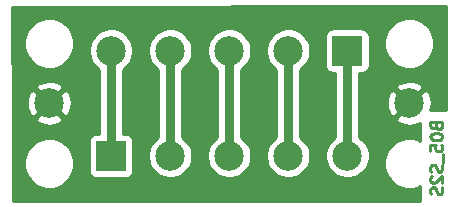
<source format=gbr>
G04 #@! TF.GenerationSoftware,KiCad,Pcbnew,5.1.5-52549c5~86~ubuntu18.04.1*
G04 #@! TF.CreationDate,2020-10-04T23:59:35-05:00*
G04 #@! TF.ProjectId,B05,4230352e-6b69-4636-9164-5f7063625858,rev?*
G04 #@! TF.SameCoordinates,Original*
G04 #@! TF.FileFunction,Copper,L2,Bot*
G04 #@! TF.FilePolarity,Positive*
%FSLAX46Y46*%
G04 Gerber Fmt 4.6, Leading zero omitted, Abs format (unit mm)*
G04 Created by KiCad (PCBNEW 5.1.5-52549c5~86~ubuntu18.04.1) date 2020-10-04 23:59:35*
%MOMM*%
%LPD*%
G04 APERTURE LIST*
%ADD10C,0.250000*%
%ADD11C,2.500000*%
%ADD12R,2.500000X2.500000*%
%ADD13C,2.499360*%
%ADD14C,0.750000*%
%ADD15C,0.254000*%
G04 APERTURE END LIST*
D10*
X56570571Y-30812123D02*
X56618190Y-30954980D01*
X56665809Y-31002600D01*
X56761047Y-31050219D01*
X56903904Y-31050219D01*
X56999142Y-31002600D01*
X57046761Y-30954980D01*
X57094380Y-30859742D01*
X57094380Y-30478790D01*
X56094380Y-30478790D01*
X56094380Y-30812123D01*
X56142000Y-30907361D01*
X56189619Y-30954980D01*
X56284857Y-31002600D01*
X56380095Y-31002600D01*
X56475333Y-30954980D01*
X56522952Y-30907361D01*
X56570571Y-30812123D01*
X56570571Y-30478790D01*
X56094380Y-31669266D02*
X56094380Y-31764504D01*
X56142000Y-31859742D01*
X56189619Y-31907361D01*
X56284857Y-31954980D01*
X56475333Y-32002600D01*
X56713428Y-32002600D01*
X56903904Y-31954980D01*
X56999142Y-31907361D01*
X57046761Y-31859742D01*
X57094380Y-31764504D01*
X57094380Y-31669266D01*
X57046761Y-31574028D01*
X56999142Y-31526409D01*
X56903904Y-31478790D01*
X56713428Y-31431171D01*
X56475333Y-31431171D01*
X56284857Y-31478790D01*
X56189619Y-31526409D01*
X56142000Y-31574028D01*
X56094380Y-31669266D01*
X56094380Y-32907361D02*
X56094380Y-32431171D01*
X56570571Y-32383552D01*
X56522952Y-32431171D01*
X56475333Y-32526409D01*
X56475333Y-32764504D01*
X56522952Y-32859742D01*
X56570571Y-32907361D01*
X56665809Y-32954980D01*
X56903904Y-32954980D01*
X56999142Y-32907361D01*
X57046761Y-32859742D01*
X57094380Y-32764504D01*
X57094380Y-32526409D01*
X57046761Y-32431171D01*
X56999142Y-32383552D01*
X57189619Y-33145457D02*
X57189619Y-33907361D01*
X57046761Y-34097838D02*
X57094380Y-34240695D01*
X57094380Y-34478790D01*
X57046761Y-34574028D01*
X56999142Y-34621647D01*
X56903904Y-34669266D01*
X56808666Y-34669266D01*
X56713428Y-34621647D01*
X56665809Y-34574028D01*
X56618190Y-34478790D01*
X56570571Y-34288314D01*
X56522952Y-34193076D01*
X56475333Y-34145457D01*
X56380095Y-34097838D01*
X56284857Y-34097838D01*
X56189619Y-34145457D01*
X56142000Y-34193076D01*
X56094380Y-34288314D01*
X56094380Y-34526409D01*
X56142000Y-34669266D01*
X56189619Y-35050219D02*
X56142000Y-35097838D01*
X56094380Y-35193076D01*
X56094380Y-35431171D01*
X56142000Y-35526409D01*
X56189619Y-35574028D01*
X56284857Y-35621647D01*
X56380095Y-35621647D01*
X56522952Y-35574028D01*
X57094380Y-35002600D01*
X57094380Y-35621647D01*
X57046761Y-36002600D02*
X57094380Y-36145457D01*
X57094380Y-36383552D01*
X57046761Y-36478790D01*
X56999142Y-36526409D01*
X56903904Y-36574028D01*
X56808666Y-36574028D01*
X56713428Y-36526409D01*
X56665809Y-36478790D01*
X56618190Y-36383552D01*
X56570571Y-36193076D01*
X56522952Y-36097838D01*
X56475333Y-36050219D01*
X56380095Y-36002600D01*
X56284857Y-36002600D01*
X56189619Y-36050219D01*
X56142000Y-36097838D01*
X56094380Y-36193076D01*
X56094380Y-36431171D01*
X56142000Y-36574028D01*
D11*
X49050000Y-33345200D03*
X44050000Y-33345200D03*
X39050000Y-33345200D03*
X34050000Y-33345200D03*
D12*
X29050000Y-33345200D03*
D11*
X29050000Y-24434800D03*
X34050000Y-24434800D03*
X39050000Y-24434800D03*
X44050000Y-24434800D03*
D12*
X49050000Y-24434800D03*
D13*
X54290000Y-28890000D03*
X23810000Y-28890000D03*
D14*
X29050000Y-26202566D02*
X29050000Y-33345200D01*
X29050000Y-24434800D02*
X29050000Y-26202566D01*
X34050000Y-24434800D02*
X34050000Y-33345200D01*
X39050000Y-24434800D02*
X39050000Y-33345200D01*
X44050000Y-24434800D02*
X44050000Y-33345200D01*
X49050000Y-24434800D02*
X49050000Y-33345200D01*
D15*
G36*
X57440001Y-29480695D02*
G01*
X56082372Y-29480695D01*
X56156975Y-29207613D01*
X56183065Y-28837281D01*
X56136405Y-28468975D01*
X56018789Y-28116849D01*
X55893315Y-27882104D01*
X55603377Y-27756229D01*
X54469605Y-28890000D01*
X54483748Y-28904142D01*
X54304142Y-29083748D01*
X54290000Y-29069605D01*
X53156229Y-30203377D01*
X53282104Y-30493315D01*
X53614262Y-30659139D01*
X53972387Y-30756975D01*
X54342719Y-30783065D01*
X54711025Y-30736405D01*
X55063151Y-30618789D01*
X55224500Y-30532546D01*
X55224500Y-32046176D01*
X54912756Y-31917047D01*
X54500279Y-31835000D01*
X54079721Y-31835000D01*
X53667244Y-31917047D01*
X53278698Y-32077988D01*
X52929017Y-32311637D01*
X52631637Y-32609017D01*
X52397988Y-32958698D01*
X52237047Y-33347244D01*
X52155000Y-33759721D01*
X52155000Y-34180279D01*
X52237047Y-34592756D01*
X52397988Y-34981302D01*
X52631637Y-35330983D01*
X52929017Y-35628363D01*
X53278698Y-35862012D01*
X53667244Y-36022953D01*
X54079721Y-36105000D01*
X54500279Y-36105000D01*
X54912756Y-36022953D01*
X55224500Y-35893824D01*
X55224500Y-37120000D01*
X20726070Y-37120000D01*
X20720979Y-33759721D01*
X21675000Y-33759721D01*
X21675000Y-34180279D01*
X21757047Y-34592756D01*
X21917988Y-34981302D01*
X22151637Y-35330983D01*
X22449017Y-35628363D01*
X22798698Y-35862012D01*
X23187244Y-36022953D01*
X23599721Y-36105000D01*
X24020279Y-36105000D01*
X24432756Y-36022953D01*
X24821302Y-35862012D01*
X25170983Y-35628363D01*
X25468363Y-35330983D01*
X25702012Y-34981302D01*
X25862953Y-34592756D01*
X25945000Y-34180279D01*
X25945000Y-33759721D01*
X25862953Y-33347244D01*
X25702012Y-32958698D01*
X25468363Y-32609017D01*
X25170983Y-32311637D01*
X24847062Y-32095200D01*
X27161928Y-32095200D01*
X27161928Y-34595200D01*
X27174188Y-34719682D01*
X27210498Y-34839380D01*
X27269463Y-34949694D01*
X27348815Y-35046385D01*
X27445506Y-35125737D01*
X27555820Y-35184702D01*
X27675518Y-35221012D01*
X27800000Y-35233272D01*
X30300000Y-35233272D01*
X30424482Y-35221012D01*
X30544180Y-35184702D01*
X30654494Y-35125737D01*
X30751185Y-35046385D01*
X30830537Y-34949694D01*
X30889502Y-34839380D01*
X30925812Y-34719682D01*
X30938072Y-34595200D01*
X30938072Y-32095200D01*
X30925812Y-31970718D01*
X30889502Y-31851020D01*
X30830537Y-31740706D01*
X30751185Y-31644015D01*
X30654494Y-31564663D01*
X30544180Y-31505698D01*
X30424482Y-31469388D01*
X30300000Y-31457128D01*
X30060000Y-31457128D01*
X30060000Y-26027010D01*
X30251618Y-25898975D01*
X30514175Y-25636418D01*
X30720466Y-25327682D01*
X30862561Y-24984634D01*
X30935000Y-24620456D01*
X30935000Y-24249144D01*
X32165000Y-24249144D01*
X32165000Y-24620456D01*
X32237439Y-24984634D01*
X32379534Y-25327682D01*
X32585825Y-25636418D01*
X32848382Y-25898975D01*
X33040000Y-26027010D01*
X33040001Y-31752989D01*
X32848382Y-31881025D01*
X32585825Y-32143582D01*
X32379534Y-32452318D01*
X32237439Y-32795366D01*
X32165000Y-33159544D01*
X32165000Y-33530856D01*
X32237439Y-33895034D01*
X32379534Y-34238082D01*
X32585825Y-34546818D01*
X32848382Y-34809375D01*
X33157118Y-35015666D01*
X33500166Y-35157761D01*
X33864344Y-35230200D01*
X34235656Y-35230200D01*
X34599834Y-35157761D01*
X34942882Y-35015666D01*
X35251618Y-34809375D01*
X35514175Y-34546818D01*
X35720466Y-34238082D01*
X35862561Y-33895034D01*
X35935000Y-33530856D01*
X35935000Y-33159544D01*
X35862561Y-32795366D01*
X35720466Y-32452318D01*
X35514175Y-32143582D01*
X35251618Y-31881025D01*
X35060000Y-31752990D01*
X35060000Y-26027010D01*
X35251618Y-25898975D01*
X35514175Y-25636418D01*
X35720466Y-25327682D01*
X35862561Y-24984634D01*
X35935000Y-24620456D01*
X35935000Y-24249144D01*
X37165000Y-24249144D01*
X37165000Y-24620456D01*
X37237439Y-24984634D01*
X37379534Y-25327682D01*
X37585825Y-25636418D01*
X37848382Y-25898975D01*
X38040000Y-26027010D01*
X38040001Y-31752989D01*
X37848382Y-31881025D01*
X37585825Y-32143582D01*
X37379534Y-32452318D01*
X37237439Y-32795366D01*
X37165000Y-33159544D01*
X37165000Y-33530856D01*
X37237439Y-33895034D01*
X37379534Y-34238082D01*
X37585825Y-34546818D01*
X37848382Y-34809375D01*
X38157118Y-35015666D01*
X38500166Y-35157761D01*
X38864344Y-35230200D01*
X39235656Y-35230200D01*
X39599834Y-35157761D01*
X39942882Y-35015666D01*
X40251618Y-34809375D01*
X40514175Y-34546818D01*
X40720466Y-34238082D01*
X40862561Y-33895034D01*
X40935000Y-33530856D01*
X40935000Y-33159544D01*
X40862561Y-32795366D01*
X40720466Y-32452318D01*
X40514175Y-32143582D01*
X40251618Y-31881025D01*
X40060000Y-31752990D01*
X40060000Y-26027010D01*
X40251618Y-25898975D01*
X40514175Y-25636418D01*
X40720466Y-25327682D01*
X40862561Y-24984634D01*
X40935000Y-24620456D01*
X40935000Y-24249144D01*
X42165000Y-24249144D01*
X42165000Y-24620456D01*
X42237439Y-24984634D01*
X42379534Y-25327682D01*
X42585825Y-25636418D01*
X42848382Y-25898975D01*
X43040000Y-26027010D01*
X43040001Y-31752989D01*
X42848382Y-31881025D01*
X42585825Y-32143582D01*
X42379534Y-32452318D01*
X42237439Y-32795366D01*
X42165000Y-33159544D01*
X42165000Y-33530856D01*
X42237439Y-33895034D01*
X42379534Y-34238082D01*
X42585825Y-34546818D01*
X42848382Y-34809375D01*
X43157118Y-35015666D01*
X43500166Y-35157761D01*
X43864344Y-35230200D01*
X44235656Y-35230200D01*
X44599834Y-35157761D01*
X44942882Y-35015666D01*
X45251618Y-34809375D01*
X45514175Y-34546818D01*
X45720466Y-34238082D01*
X45862561Y-33895034D01*
X45935000Y-33530856D01*
X45935000Y-33159544D01*
X45862561Y-32795366D01*
X45720466Y-32452318D01*
X45514175Y-32143582D01*
X45251618Y-31881025D01*
X45060000Y-31752990D01*
X45060000Y-26027010D01*
X45251618Y-25898975D01*
X45514175Y-25636418D01*
X45720466Y-25327682D01*
X45862561Y-24984634D01*
X45935000Y-24620456D01*
X45935000Y-24249144D01*
X45862561Y-23884966D01*
X45720466Y-23541918D01*
X45514175Y-23233182D01*
X45465793Y-23184800D01*
X47161928Y-23184800D01*
X47161928Y-25684800D01*
X47174188Y-25809282D01*
X47210498Y-25928980D01*
X47269463Y-26039294D01*
X47348815Y-26135985D01*
X47445506Y-26215337D01*
X47555820Y-26274302D01*
X47675518Y-26310612D01*
X47800000Y-26322872D01*
X48040000Y-26322872D01*
X48040001Y-31752989D01*
X47848382Y-31881025D01*
X47585825Y-32143582D01*
X47379534Y-32452318D01*
X47237439Y-32795366D01*
X47165000Y-33159544D01*
X47165000Y-33530856D01*
X47237439Y-33895034D01*
X47379534Y-34238082D01*
X47585825Y-34546818D01*
X47848382Y-34809375D01*
X48157118Y-35015666D01*
X48500166Y-35157761D01*
X48864344Y-35230200D01*
X49235656Y-35230200D01*
X49599834Y-35157761D01*
X49942882Y-35015666D01*
X50251618Y-34809375D01*
X50514175Y-34546818D01*
X50720466Y-34238082D01*
X50862561Y-33895034D01*
X50935000Y-33530856D01*
X50935000Y-33159544D01*
X50862561Y-32795366D01*
X50720466Y-32452318D01*
X50514175Y-32143582D01*
X50251618Y-31881025D01*
X50060000Y-31752990D01*
X50060000Y-28942719D01*
X52396935Y-28942719D01*
X52443595Y-29311025D01*
X52561211Y-29663151D01*
X52686685Y-29897896D01*
X52976623Y-30023771D01*
X54110395Y-28890000D01*
X52976623Y-27756229D01*
X52686685Y-27882104D01*
X52520861Y-28214262D01*
X52423025Y-28572387D01*
X52396935Y-28942719D01*
X50060000Y-28942719D01*
X50060000Y-27576623D01*
X53156229Y-27576623D01*
X54290000Y-28710395D01*
X55423771Y-27576623D01*
X55297896Y-27286685D01*
X54965738Y-27120861D01*
X54607613Y-27023025D01*
X54237281Y-26996935D01*
X53868975Y-27043595D01*
X53516849Y-27161211D01*
X53282104Y-27286685D01*
X53156229Y-27576623D01*
X50060000Y-27576623D01*
X50060000Y-26322872D01*
X50300000Y-26322872D01*
X50424482Y-26310612D01*
X50544180Y-26274302D01*
X50654494Y-26215337D01*
X50751185Y-26135985D01*
X50830537Y-26039294D01*
X50889502Y-25928980D01*
X50925812Y-25809282D01*
X50938072Y-25684800D01*
X50938072Y-23599721D01*
X52155000Y-23599721D01*
X52155000Y-24020279D01*
X52237047Y-24432756D01*
X52397988Y-24821302D01*
X52631637Y-25170983D01*
X52929017Y-25468363D01*
X53278698Y-25702012D01*
X53667244Y-25862953D01*
X54079721Y-25945000D01*
X54500279Y-25945000D01*
X54912756Y-25862953D01*
X55301302Y-25702012D01*
X55650983Y-25468363D01*
X55948363Y-25170983D01*
X56182012Y-24821302D01*
X56342953Y-24432756D01*
X56425000Y-24020279D01*
X56425000Y-23599721D01*
X56342953Y-23187244D01*
X56182012Y-22798698D01*
X55948363Y-22449017D01*
X55650983Y-22151637D01*
X55301302Y-21917988D01*
X54912756Y-21757047D01*
X54500279Y-21675000D01*
X54079721Y-21675000D01*
X53667244Y-21757047D01*
X53278698Y-21917988D01*
X52929017Y-22151637D01*
X52631637Y-22449017D01*
X52397988Y-22798698D01*
X52237047Y-23187244D01*
X52155000Y-23599721D01*
X50938072Y-23599721D01*
X50938072Y-23184800D01*
X50925812Y-23060318D01*
X50889502Y-22940620D01*
X50830537Y-22830306D01*
X50751185Y-22733615D01*
X50654494Y-22654263D01*
X50544180Y-22595298D01*
X50424482Y-22558988D01*
X50300000Y-22546728D01*
X47800000Y-22546728D01*
X47675518Y-22558988D01*
X47555820Y-22595298D01*
X47445506Y-22654263D01*
X47348815Y-22733615D01*
X47269463Y-22830306D01*
X47210498Y-22940620D01*
X47174188Y-23060318D01*
X47161928Y-23184800D01*
X45465793Y-23184800D01*
X45251618Y-22970625D01*
X44942882Y-22764334D01*
X44599834Y-22622239D01*
X44235656Y-22549800D01*
X43864344Y-22549800D01*
X43500166Y-22622239D01*
X43157118Y-22764334D01*
X42848382Y-22970625D01*
X42585825Y-23233182D01*
X42379534Y-23541918D01*
X42237439Y-23884966D01*
X42165000Y-24249144D01*
X40935000Y-24249144D01*
X40862561Y-23884966D01*
X40720466Y-23541918D01*
X40514175Y-23233182D01*
X40251618Y-22970625D01*
X39942882Y-22764334D01*
X39599834Y-22622239D01*
X39235656Y-22549800D01*
X38864344Y-22549800D01*
X38500166Y-22622239D01*
X38157118Y-22764334D01*
X37848382Y-22970625D01*
X37585825Y-23233182D01*
X37379534Y-23541918D01*
X37237439Y-23884966D01*
X37165000Y-24249144D01*
X35935000Y-24249144D01*
X35862561Y-23884966D01*
X35720466Y-23541918D01*
X35514175Y-23233182D01*
X35251618Y-22970625D01*
X34942882Y-22764334D01*
X34599834Y-22622239D01*
X34235656Y-22549800D01*
X33864344Y-22549800D01*
X33500166Y-22622239D01*
X33157118Y-22764334D01*
X32848382Y-22970625D01*
X32585825Y-23233182D01*
X32379534Y-23541918D01*
X32237439Y-23884966D01*
X32165000Y-24249144D01*
X30935000Y-24249144D01*
X30862561Y-23884966D01*
X30720466Y-23541918D01*
X30514175Y-23233182D01*
X30251618Y-22970625D01*
X29942882Y-22764334D01*
X29599834Y-22622239D01*
X29235656Y-22549800D01*
X28864344Y-22549800D01*
X28500166Y-22622239D01*
X28157118Y-22764334D01*
X27848382Y-22970625D01*
X27585825Y-23233182D01*
X27379534Y-23541918D01*
X27237439Y-23884966D01*
X27165000Y-24249144D01*
X27165000Y-24620456D01*
X27237439Y-24984634D01*
X27379534Y-25327682D01*
X27585825Y-25636418D01*
X27848382Y-25898975D01*
X28040001Y-26027011D01*
X28040001Y-26152949D01*
X28040000Y-26152959D01*
X28040001Y-31457128D01*
X27800000Y-31457128D01*
X27675518Y-31469388D01*
X27555820Y-31505698D01*
X27445506Y-31564663D01*
X27348815Y-31644015D01*
X27269463Y-31740706D01*
X27210498Y-31851020D01*
X27174188Y-31970718D01*
X27161928Y-32095200D01*
X24847062Y-32095200D01*
X24821302Y-32077988D01*
X24432756Y-31917047D01*
X24020279Y-31835000D01*
X23599721Y-31835000D01*
X23187244Y-31917047D01*
X22798698Y-32077988D01*
X22449017Y-32311637D01*
X22151637Y-32609017D01*
X21917988Y-32958698D01*
X21757047Y-33347244D01*
X21675000Y-33759721D01*
X20720979Y-33759721D01*
X20715591Y-30203377D01*
X22676229Y-30203377D01*
X22802104Y-30493315D01*
X23134262Y-30659139D01*
X23492387Y-30756975D01*
X23862719Y-30783065D01*
X24231025Y-30736405D01*
X24583151Y-30618789D01*
X24817896Y-30493315D01*
X24943771Y-30203377D01*
X23810000Y-29069605D01*
X22676229Y-30203377D01*
X20715591Y-30203377D01*
X20713681Y-28942719D01*
X21916935Y-28942719D01*
X21963595Y-29311025D01*
X22081211Y-29663151D01*
X22206685Y-29897896D01*
X22496623Y-30023771D01*
X23630395Y-28890000D01*
X23989605Y-28890000D01*
X25123377Y-30023771D01*
X25413315Y-29897896D01*
X25579139Y-29565738D01*
X25676975Y-29207613D01*
X25703065Y-28837281D01*
X25656405Y-28468975D01*
X25538789Y-28116849D01*
X25413315Y-27882104D01*
X25123377Y-27756229D01*
X23989605Y-28890000D01*
X23630395Y-28890000D01*
X22496623Y-27756229D01*
X22206685Y-27882104D01*
X22040861Y-28214262D01*
X21943025Y-28572387D01*
X21916935Y-28942719D01*
X20713681Y-28942719D01*
X20711612Y-27576623D01*
X22676229Y-27576623D01*
X23810000Y-28710395D01*
X24943771Y-27576623D01*
X24817896Y-27286685D01*
X24485738Y-27120861D01*
X24127613Y-27023025D01*
X23757281Y-26996935D01*
X23388975Y-27043595D01*
X23036849Y-27161211D01*
X22802104Y-27286685D01*
X22676229Y-27576623D01*
X20711612Y-27576623D01*
X20705586Y-23599721D01*
X21675000Y-23599721D01*
X21675000Y-24020279D01*
X21757047Y-24432756D01*
X21917988Y-24821302D01*
X22151637Y-25170983D01*
X22449017Y-25468363D01*
X22798698Y-25702012D01*
X23187244Y-25862953D01*
X23599721Y-25945000D01*
X24020279Y-25945000D01*
X24432756Y-25862953D01*
X24821302Y-25702012D01*
X25170983Y-25468363D01*
X25468363Y-25170983D01*
X25702012Y-24821302D01*
X25862953Y-24432756D01*
X25945000Y-24020279D01*
X25945000Y-23599721D01*
X25862953Y-23187244D01*
X25702012Y-22798698D01*
X25468363Y-22449017D01*
X25170983Y-22151637D01*
X24821302Y-21917988D01*
X24432756Y-21757047D01*
X24020279Y-21675000D01*
X23599721Y-21675000D01*
X23187244Y-21757047D01*
X22798698Y-21917988D01*
X22449017Y-22151637D01*
X22151637Y-22449017D01*
X21917988Y-22798698D01*
X21757047Y-23187244D01*
X21675000Y-23599721D01*
X20705586Y-23599721D01*
X20701193Y-20700913D01*
X57440000Y-20675784D01*
X57440001Y-29480695D01*
G37*
X57440001Y-29480695D02*
X56082372Y-29480695D01*
X56156975Y-29207613D01*
X56183065Y-28837281D01*
X56136405Y-28468975D01*
X56018789Y-28116849D01*
X55893315Y-27882104D01*
X55603377Y-27756229D01*
X54469605Y-28890000D01*
X54483748Y-28904142D01*
X54304142Y-29083748D01*
X54290000Y-29069605D01*
X53156229Y-30203377D01*
X53282104Y-30493315D01*
X53614262Y-30659139D01*
X53972387Y-30756975D01*
X54342719Y-30783065D01*
X54711025Y-30736405D01*
X55063151Y-30618789D01*
X55224500Y-30532546D01*
X55224500Y-32046176D01*
X54912756Y-31917047D01*
X54500279Y-31835000D01*
X54079721Y-31835000D01*
X53667244Y-31917047D01*
X53278698Y-32077988D01*
X52929017Y-32311637D01*
X52631637Y-32609017D01*
X52397988Y-32958698D01*
X52237047Y-33347244D01*
X52155000Y-33759721D01*
X52155000Y-34180279D01*
X52237047Y-34592756D01*
X52397988Y-34981302D01*
X52631637Y-35330983D01*
X52929017Y-35628363D01*
X53278698Y-35862012D01*
X53667244Y-36022953D01*
X54079721Y-36105000D01*
X54500279Y-36105000D01*
X54912756Y-36022953D01*
X55224500Y-35893824D01*
X55224500Y-37120000D01*
X20726070Y-37120000D01*
X20720979Y-33759721D01*
X21675000Y-33759721D01*
X21675000Y-34180279D01*
X21757047Y-34592756D01*
X21917988Y-34981302D01*
X22151637Y-35330983D01*
X22449017Y-35628363D01*
X22798698Y-35862012D01*
X23187244Y-36022953D01*
X23599721Y-36105000D01*
X24020279Y-36105000D01*
X24432756Y-36022953D01*
X24821302Y-35862012D01*
X25170983Y-35628363D01*
X25468363Y-35330983D01*
X25702012Y-34981302D01*
X25862953Y-34592756D01*
X25945000Y-34180279D01*
X25945000Y-33759721D01*
X25862953Y-33347244D01*
X25702012Y-32958698D01*
X25468363Y-32609017D01*
X25170983Y-32311637D01*
X24847062Y-32095200D01*
X27161928Y-32095200D01*
X27161928Y-34595200D01*
X27174188Y-34719682D01*
X27210498Y-34839380D01*
X27269463Y-34949694D01*
X27348815Y-35046385D01*
X27445506Y-35125737D01*
X27555820Y-35184702D01*
X27675518Y-35221012D01*
X27800000Y-35233272D01*
X30300000Y-35233272D01*
X30424482Y-35221012D01*
X30544180Y-35184702D01*
X30654494Y-35125737D01*
X30751185Y-35046385D01*
X30830537Y-34949694D01*
X30889502Y-34839380D01*
X30925812Y-34719682D01*
X30938072Y-34595200D01*
X30938072Y-32095200D01*
X30925812Y-31970718D01*
X30889502Y-31851020D01*
X30830537Y-31740706D01*
X30751185Y-31644015D01*
X30654494Y-31564663D01*
X30544180Y-31505698D01*
X30424482Y-31469388D01*
X30300000Y-31457128D01*
X30060000Y-31457128D01*
X30060000Y-26027010D01*
X30251618Y-25898975D01*
X30514175Y-25636418D01*
X30720466Y-25327682D01*
X30862561Y-24984634D01*
X30935000Y-24620456D01*
X30935000Y-24249144D01*
X32165000Y-24249144D01*
X32165000Y-24620456D01*
X32237439Y-24984634D01*
X32379534Y-25327682D01*
X32585825Y-25636418D01*
X32848382Y-25898975D01*
X33040000Y-26027010D01*
X33040001Y-31752989D01*
X32848382Y-31881025D01*
X32585825Y-32143582D01*
X32379534Y-32452318D01*
X32237439Y-32795366D01*
X32165000Y-33159544D01*
X32165000Y-33530856D01*
X32237439Y-33895034D01*
X32379534Y-34238082D01*
X32585825Y-34546818D01*
X32848382Y-34809375D01*
X33157118Y-35015666D01*
X33500166Y-35157761D01*
X33864344Y-35230200D01*
X34235656Y-35230200D01*
X34599834Y-35157761D01*
X34942882Y-35015666D01*
X35251618Y-34809375D01*
X35514175Y-34546818D01*
X35720466Y-34238082D01*
X35862561Y-33895034D01*
X35935000Y-33530856D01*
X35935000Y-33159544D01*
X35862561Y-32795366D01*
X35720466Y-32452318D01*
X35514175Y-32143582D01*
X35251618Y-31881025D01*
X35060000Y-31752990D01*
X35060000Y-26027010D01*
X35251618Y-25898975D01*
X35514175Y-25636418D01*
X35720466Y-25327682D01*
X35862561Y-24984634D01*
X35935000Y-24620456D01*
X35935000Y-24249144D01*
X37165000Y-24249144D01*
X37165000Y-24620456D01*
X37237439Y-24984634D01*
X37379534Y-25327682D01*
X37585825Y-25636418D01*
X37848382Y-25898975D01*
X38040000Y-26027010D01*
X38040001Y-31752989D01*
X37848382Y-31881025D01*
X37585825Y-32143582D01*
X37379534Y-32452318D01*
X37237439Y-32795366D01*
X37165000Y-33159544D01*
X37165000Y-33530856D01*
X37237439Y-33895034D01*
X37379534Y-34238082D01*
X37585825Y-34546818D01*
X37848382Y-34809375D01*
X38157118Y-35015666D01*
X38500166Y-35157761D01*
X38864344Y-35230200D01*
X39235656Y-35230200D01*
X39599834Y-35157761D01*
X39942882Y-35015666D01*
X40251618Y-34809375D01*
X40514175Y-34546818D01*
X40720466Y-34238082D01*
X40862561Y-33895034D01*
X40935000Y-33530856D01*
X40935000Y-33159544D01*
X40862561Y-32795366D01*
X40720466Y-32452318D01*
X40514175Y-32143582D01*
X40251618Y-31881025D01*
X40060000Y-31752990D01*
X40060000Y-26027010D01*
X40251618Y-25898975D01*
X40514175Y-25636418D01*
X40720466Y-25327682D01*
X40862561Y-24984634D01*
X40935000Y-24620456D01*
X40935000Y-24249144D01*
X42165000Y-24249144D01*
X42165000Y-24620456D01*
X42237439Y-24984634D01*
X42379534Y-25327682D01*
X42585825Y-25636418D01*
X42848382Y-25898975D01*
X43040000Y-26027010D01*
X43040001Y-31752989D01*
X42848382Y-31881025D01*
X42585825Y-32143582D01*
X42379534Y-32452318D01*
X42237439Y-32795366D01*
X42165000Y-33159544D01*
X42165000Y-33530856D01*
X42237439Y-33895034D01*
X42379534Y-34238082D01*
X42585825Y-34546818D01*
X42848382Y-34809375D01*
X43157118Y-35015666D01*
X43500166Y-35157761D01*
X43864344Y-35230200D01*
X44235656Y-35230200D01*
X44599834Y-35157761D01*
X44942882Y-35015666D01*
X45251618Y-34809375D01*
X45514175Y-34546818D01*
X45720466Y-34238082D01*
X45862561Y-33895034D01*
X45935000Y-33530856D01*
X45935000Y-33159544D01*
X45862561Y-32795366D01*
X45720466Y-32452318D01*
X45514175Y-32143582D01*
X45251618Y-31881025D01*
X45060000Y-31752990D01*
X45060000Y-26027010D01*
X45251618Y-25898975D01*
X45514175Y-25636418D01*
X45720466Y-25327682D01*
X45862561Y-24984634D01*
X45935000Y-24620456D01*
X45935000Y-24249144D01*
X45862561Y-23884966D01*
X45720466Y-23541918D01*
X45514175Y-23233182D01*
X45465793Y-23184800D01*
X47161928Y-23184800D01*
X47161928Y-25684800D01*
X47174188Y-25809282D01*
X47210498Y-25928980D01*
X47269463Y-26039294D01*
X47348815Y-26135985D01*
X47445506Y-26215337D01*
X47555820Y-26274302D01*
X47675518Y-26310612D01*
X47800000Y-26322872D01*
X48040000Y-26322872D01*
X48040001Y-31752989D01*
X47848382Y-31881025D01*
X47585825Y-32143582D01*
X47379534Y-32452318D01*
X47237439Y-32795366D01*
X47165000Y-33159544D01*
X47165000Y-33530856D01*
X47237439Y-33895034D01*
X47379534Y-34238082D01*
X47585825Y-34546818D01*
X47848382Y-34809375D01*
X48157118Y-35015666D01*
X48500166Y-35157761D01*
X48864344Y-35230200D01*
X49235656Y-35230200D01*
X49599834Y-35157761D01*
X49942882Y-35015666D01*
X50251618Y-34809375D01*
X50514175Y-34546818D01*
X50720466Y-34238082D01*
X50862561Y-33895034D01*
X50935000Y-33530856D01*
X50935000Y-33159544D01*
X50862561Y-32795366D01*
X50720466Y-32452318D01*
X50514175Y-32143582D01*
X50251618Y-31881025D01*
X50060000Y-31752990D01*
X50060000Y-28942719D01*
X52396935Y-28942719D01*
X52443595Y-29311025D01*
X52561211Y-29663151D01*
X52686685Y-29897896D01*
X52976623Y-30023771D01*
X54110395Y-28890000D01*
X52976623Y-27756229D01*
X52686685Y-27882104D01*
X52520861Y-28214262D01*
X52423025Y-28572387D01*
X52396935Y-28942719D01*
X50060000Y-28942719D01*
X50060000Y-27576623D01*
X53156229Y-27576623D01*
X54290000Y-28710395D01*
X55423771Y-27576623D01*
X55297896Y-27286685D01*
X54965738Y-27120861D01*
X54607613Y-27023025D01*
X54237281Y-26996935D01*
X53868975Y-27043595D01*
X53516849Y-27161211D01*
X53282104Y-27286685D01*
X53156229Y-27576623D01*
X50060000Y-27576623D01*
X50060000Y-26322872D01*
X50300000Y-26322872D01*
X50424482Y-26310612D01*
X50544180Y-26274302D01*
X50654494Y-26215337D01*
X50751185Y-26135985D01*
X50830537Y-26039294D01*
X50889502Y-25928980D01*
X50925812Y-25809282D01*
X50938072Y-25684800D01*
X50938072Y-23599721D01*
X52155000Y-23599721D01*
X52155000Y-24020279D01*
X52237047Y-24432756D01*
X52397988Y-24821302D01*
X52631637Y-25170983D01*
X52929017Y-25468363D01*
X53278698Y-25702012D01*
X53667244Y-25862953D01*
X54079721Y-25945000D01*
X54500279Y-25945000D01*
X54912756Y-25862953D01*
X55301302Y-25702012D01*
X55650983Y-25468363D01*
X55948363Y-25170983D01*
X56182012Y-24821302D01*
X56342953Y-24432756D01*
X56425000Y-24020279D01*
X56425000Y-23599721D01*
X56342953Y-23187244D01*
X56182012Y-22798698D01*
X55948363Y-22449017D01*
X55650983Y-22151637D01*
X55301302Y-21917988D01*
X54912756Y-21757047D01*
X54500279Y-21675000D01*
X54079721Y-21675000D01*
X53667244Y-21757047D01*
X53278698Y-21917988D01*
X52929017Y-22151637D01*
X52631637Y-22449017D01*
X52397988Y-22798698D01*
X52237047Y-23187244D01*
X52155000Y-23599721D01*
X50938072Y-23599721D01*
X50938072Y-23184800D01*
X50925812Y-23060318D01*
X50889502Y-22940620D01*
X50830537Y-22830306D01*
X50751185Y-22733615D01*
X50654494Y-22654263D01*
X50544180Y-22595298D01*
X50424482Y-22558988D01*
X50300000Y-22546728D01*
X47800000Y-22546728D01*
X47675518Y-22558988D01*
X47555820Y-22595298D01*
X47445506Y-22654263D01*
X47348815Y-22733615D01*
X47269463Y-22830306D01*
X47210498Y-22940620D01*
X47174188Y-23060318D01*
X47161928Y-23184800D01*
X45465793Y-23184800D01*
X45251618Y-22970625D01*
X44942882Y-22764334D01*
X44599834Y-22622239D01*
X44235656Y-22549800D01*
X43864344Y-22549800D01*
X43500166Y-22622239D01*
X43157118Y-22764334D01*
X42848382Y-22970625D01*
X42585825Y-23233182D01*
X42379534Y-23541918D01*
X42237439Y-23884966D01*
X42165000Y-24249144D01*
X40935000Y-24249144D01*
X40862561Y-23884966D01*
X40720466Y-23541918D01*
X40514175Y-23233182D01*
X40251618Y-22970625D01*
X39942882Y-22764334D01*
X39599834Y-22622239D01*
X39235656Y-22549800D01*
X38864344Y-22549800D01*
X38500166Y-22622239D01*
X38157118Y-22764334D01*
X37848382Y-22970625D01*
X37585825Y-23233182D01*
X37379534Y-23541918D01*
X37237439Y-23884966D01*
X37165000Y-24249144D01*
X35935000Y-24249144D01*
X35862561Y-23884966D01*
X35720466Y-23541918D01*
X35514175Y-23233182D01*
X35251618Y-22970625D01*
X34942882Y-22764334D01*
X34599834Y-22622239D01*
X34235656Y-22549800D01*
X33864344Y-22549800D01*
X33500166Y-22622239D01*
X33157118Y-22764334D01*
X32848382Y-22970625D01*
X32585825Y-23233182D01*
X32379534Y-23541918D01*
X32237439Y-23884966D01*
X32165000Y-24249144D01*
X30935000Y-24249144D01*
X30862561Y-23884966D01*
X30720466Y-23541918D01*
X30514175Y-23233182D01*
X30251618Y-22970625D01*
X29942882Y-22764334D01*
X29599834Y-22622239D01*
X29235656Y-22549800D01*
X28864344Y-22549800D01*
X28500166Y-22622239D01*
X28157118Y-22764334D01*
X27848382Y-22970625D01*
X27585825Y-23233182D01*
X27379534Y-23541918D01*
X27237439Y-23884966D01*
X27165000Y-24249144D01*
X27165000Y-24620456D01*
X27237439Y-24984634D01*
X27379534Y-25327682D01*
X27585825Y-25636418D01*
X27848382Y-25898975D01*
X28040001Y-26027011D01*
X28040001Y-26152949D01*
X28040000Y-26152959D01*
X28040001Y-31457128D01*
X27800000Y-31457128D01*
X27675518Y-31469388D01*
X27555820Y-31505698D01*
X27445506Y-31564663D01*
X27348815Y-31644015D01*
X27269463Y-31740706D01*
X27210498Y-31851020D01*
X27174188Y-31970718D01*
X27161928Y-32095200D01*
X24847062Y-32095200D01*
X24821302Y-32077988D01*
X24432756Y-31917047D01*
X24020279Y-31835000D01*
X23599721Y-31835000D01*
X23187244Y-31917047D01*
X22798698Y-32077988D01*
X22449017Y-32311637D01*
X22151637Y-32609017D01*
X21917988Y-32958698D01*
X21757047Y-33347244D01*
X21675000Y-33759721D01*
X20720979Y-33759721D01*
X20715591Y-30203377D01*
X22676229Y-30203377D01*
X22802104Y-30493315D01*
X23134262Y-30659139D01*
X23492387Y-30756975D01*
X23862719Y-30783065D01*
X24231025Y-30736405D01*
X24583151Y-30618789D01*
X24817896Y-30493315D01*
X24943771Y-30203377D01*
X23810000Y-29069605D01*
X22676229Y-30203377D01*
X20715591Y-30203377D01*
X20713681Y-28942719D01*
X21916935Y-28942719D01*
X21963595Y-29311025D01*
X22081211Y-29663151D01*
X22206685Y-29897896D01*
X22496623Y-30023771D01*
X23630395Y-28890000D01*
X23989605Y-28890000D01*
X25123377Y-30023771D01*
X25413315Y-29897896D01*
X25579139Y-29565738D01*
X25676975Y-29207613D01*
X25703065Y-28837281D01*
X25656405Y-28468975D01*
X25538789Y-28116849D01*
X25413315Y-27882104D01*
X25123377Y-27756229D01*
X23989605Y-28890000D01*
X23630395Y-28890000D01*
X22496623Y-27756229D01*
X22206685Y-27882104D01*
X22040861Y-28214262D01*
X21943025Y-28572387D01*
X21916935Y-28942719D01*
X20713681Y-28942719D01*
X20711612Y-27576623D01*
X22676229Y-27576623D01*
X23810000Y-28710395D01*
X24943771Y-27576623D01*
X24817896Y-27286685D01*
X24485738Y-27120861D01*
X24127613Y-27023025D01*
X23757281Y-26996935D01*
X23388975Y-27043595D01*
X23036849Y-27161211D01*
X22802104Y-27286685D01*
X22676229Y-27576623D01*
X20711612Y-27576623D01*
X20705586Y-23599721D01*
X21675000Y-23599721D01*
X21675000Y-24020279D01*
X21757047Y-24432756D01*
X21917988Y-24821302D01*
X22151637Y-25170983D01*
X22449017Y-25468363D01*
X22798698Y-25702012D01*
X23187244Y-25862953D01*
X23599721Y-25945000D01*
X24020279Y-25945000D01*
X24432756Y-25862953D01*
X24821302Y-25702012D01*
X25170983Y-25468363D01*
X25468363Y-25170983D01*
X25702012Y-24821302D01*
X25862953Y-24432756D01*
X25945000Y-24020279D01*
X25945000Y-23599721D01*
X25862953Y-23187244D01*
X25702012Y-22798698D01*
X25468363Y-22449017D01*
X25170983Y-22151637D01*
X24821302Y-21917988D01*
X24432756Y-21757047D01*
X24020279Y-21675000D01*
X23599721Y-21675000D01*
X23187244Y-21757047D01*
X22798698Y-21917988D01*
X22449017Y-22151637D01*
X22151637Y-22449017D01*
X21917988Y-22798698D01*
X21757047Y-23187244D01*
X21675000Y-23599721D01*
X20705586Y-23599721D01*
X20701193Y-20700913D01*
X57440000Y-20675784D01*
X57440001Y-29480695D01*
M02*

</source>
